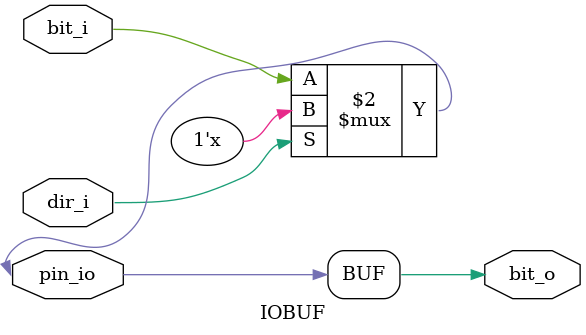
<source format=v>
`default_nettype none

module IOBUF
(
    input   wire    dir_i,      //  Direction control (INPUT=1; OUTPUT=0)
    input   wire    bit_i,      //  Bit value to output to pin
    output  wire    bit_o,      //  Bit value read from pin

    inout   wire    pin_io      //  bi-directional pin
);

    assign pin_io = (dir_i == 1'b1) ? 1'bz : bit_i;
    assign bit_o = pin_io;
endmodule

</source>
